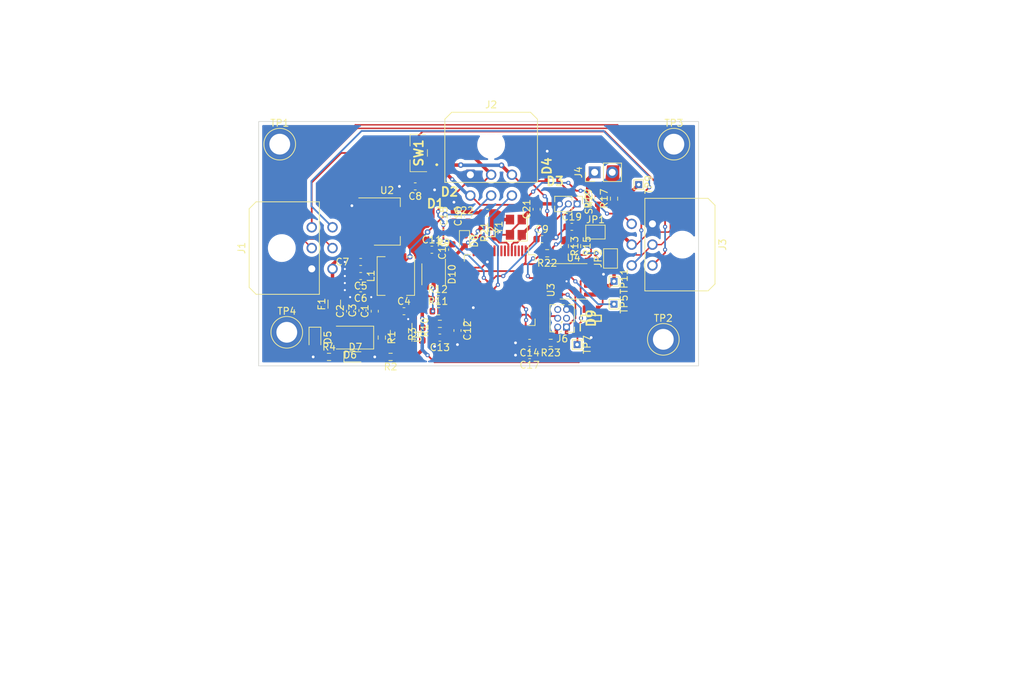
<source format=kicad_pcb>
(kicad_pcb (version 20211014) (generator pcbnew)
  (layers (0 "F.Cu" signal) (31 "B.Cu" signal) (34 "B.Paste" user) (35 "F.Paste" user) (36 "B.SilkS" user "B.Silkscreen") (37 "F.SilkS" user "F.Silkscreen") (38 "B.Mask" user) (39 "F.Mask" user) (44 "Edge.Cuts" user))
  (net 0 "")
  (net 1 "GND")
  (net 2 "/CAN+")
  (net 3 "/CAN-")
  (net 4 "/WheelIn1")
  (net 5 "/WheelIn2")
  (net 6 "/VRM/BUCK/SW")
  (net 7 "/VRM/BUCK/VBST")
  (net 8 "/VRM/BUCK/EN")
  (net 9 "/VRM/BUCK/VFB")
  (net 10 "/VRM/BUCK/V_in")
  (net 11 "+3.3VA")
  (net 12 "+3V3")
  (net 13 "+5V")
  (net 14 "Net-(C19-Pad2)")
  (net 15 "/MCU/HSE_in")
  (net 16 "Net-(C22-Pad1)")
  (net 17 "/VRM/DIODE")
  (net 18 "Net-(D7-Pad1)")
  (net 19 "Net-(D8-Pad1)")
  (net 20 "Net-(J6-Pad2)")
  (net 22 "/MCU/SWCLK")
  (net 24 "Net-(D9-Pad1)")
  (net 25 "Net-(D9-Pad3)")
  (net 26 "/MCU/I2C1_SCL")
  (net 27 "/MCU/I2C1_SDA")
  (net 28 "/MCU/I2C2_SCL")
  (net 29 "/MCU/I2C2_SDA")
  (net 30 "/MCU/LED_B")
  (net 31 "/MCU/LED_G")
  (net 32 "/MCU/LED_R")
  (net 33 "Net-(J4-Pad2)")
  (net 34 "/MCU/HSE_out")
  (net 35 "Net-(D9-Pad4)")
  (net 36 "/MCU/BOOT0")
  (net 37 "/MCU/SWDIO")
  (net 38 "/MCU/CAN1_TX")
  (net 39 "/MCU/CAN2_TX")
  (net 40 "/MCU/CAN1_RX")
  (net 41 "/MCU/CAN2_RX")
  (net 42 "/MCU/PC13")
  (net 43 "/MCU/PC14")
  (net 44 "/MCU/PC15")
  (net 45 "Net-(D9-Pad6)")
  (net 46 "Net-(D10-Pad4)")
  (net 47 "Net-(D10-Pad5)")
  (net 48 "Net-(D10-Pad6)")
  (net 49 "/MCU/PC3")
  (net 50 "/MCU/PA3")
  (net 51 "/MCU/PA4")
  (net 52 "/MCU/SPI1_SCK")
  (net 53 "/MCU/SPI1_MISO")
  (net 54 "/MCU/SPI1_MOSI")
  (net 55 "/MCU/PC4")
  (net 56 "/MCU/PC5")
  (net 57 "/MCU/PB0")
  (net 58 "/MCU/PB1")
  (net 59 "/MCU/PB2")
  (net 60 "/MCU/PB14")
  (net 61 "/MCU/PB15")
  (net 62 "/MCU/PC9")
  (net 63 "/MCU/PA8")
  (net 64 "/MCU/PA9")
  (net 65 "/MCU/PA10")
  (net 66 "/MCU/USB_D-")
  (net 67 "/MCU/USB_D+")
  (net 68 "/MCU/PA14")
  (net 69 "/MCU/SPI3_SCK")
  (net 70 "/MCU/SPI3_MISO")
  (net 71 "/MCU/SPI3_MOSI")
  (net 72 "/MCU/PD2")
  (net 73 "/MCU/PB3")
  (net 74 "/MCU/PB4")
  (net 75 "/MCU/PB5")
  (net 76 "+24V")
  (net 77 "Net-(R22-Pad1)")
  (net 79 "/Extra1")
  (net 81 "/SHIELD")
  (net 82 "/PassThru")
  (net 83 "/MCU/PC0")
  (net 84 "/MCU/PC1")
  (net 85 "/MCU/PC2")
  (footprint "Connector_Molex:Molex_Micro-Fit_3.0_43045-0600_2x03_P3.00mm_Horizontal" (layer "F.Cu") (at 88.4754 77.8256)
    (fp_text reference "J2")
    (fp_text value "DEUTSCH DT Data")
  )
  (footprint "TestPoint:TestPoint_THTPad_1.0x1.0mm_Drill0.5mm" (layer "F.Cu") (at 109.22 93.218 -90)
    (fp_text reference "TP11")
    (fp_text value " ")
  )
  (footprint "Capacitor_SMD:C_0603_1608Metric_Pad1.08x0.95mm_HandSolder" (layer "F.Cu") (at 78.8935 97.536)
    (fp_text reference "C4")
    (fp_text value "100nF")
  )
  (footprint "Resistor_SMD:R_0603_1608Metric" (layer "F.Cu") (at 99.568 89.159 180)
    (fp_text reference "R22")
    (fp_text value "10K")
  )
  (footprint "Connector_PinHeader_2.54mm:PinHeader_1x02_P2.54mm_Vertical" (layer "F.Cu") (at 106.421 77.47 90)
    (fp_text reference "J4")
    (fp_text value "Conn_01x02")
  )
  (footprint "Resistor_SMD:R_0603_1608Metric_Pad0.98x0.95mm_HandSolder" (layer "F.Cu") (at 68.072 104.14)
    (fp_text reference "R4")
    (fp_text value "470R")
  )
  (footprint "TestPoint:TestPoint_Plated_Hole_D3.0mm" (layer "F.Cu") (at 61.976 100.584)
    (fp_text reference "TP4")
    (fp_text value "TestPoint")
  )
  (footprint "Capacitor_SMD:C_0603_1608Metric_Pad1.08x0.95mm_HandSolder" (layer "F.Cu") (at 74.676 97.536 90)
    (fp_text reference "C1")
    (fp_text value "10uF")
  )
  (footprint "Capacitor_SMD:C_0603_1608Metric" (layer "F.Cu") (at 86.614 100.33 -90)
    (fp_text reference "C12")
    (fp_text value "100n")
  )
  (footprint "Resistor_SMD:R_0603_1608Metric_Pad0.98x0.95mm_HandSolder" (layer "F.Cu") (at 81.534 100.838 90)
    (fp_text reference "R3")
    (fp_text value "54.9K")
  )
  (footprint "Resistor_SMD:R_0603_1608Metric" (layer "F.Cu") (at 83.82 97.536)
    (fp_text reference "R11")
    (fp_text value "220")
  )
  (footprint "LED_SMD:LED_0603_1608Metric_Pad1.05x0.95mm_HandSolder" (layer "F.Cu") (at 71.882 104.14)
    (fp_text reference "D7")
    (fp_text value "LED")
  )
  (footprint "Inductor_SMD:L_Sunlord_MWSA0518_5.4x5.2mm" (layer "F.Cu") (at 77.724 92.456 90)
    (fp_text reference "L1")
    (fp_text value "4u7")
  )
  (footprint "Fuse:Fuse_1206_3216Metric_Pad1.42x1.75mm_HandSolder" (layer "F.Cu") (at 68.834 96.52 90)
    (fp_text reference "F1")
    (fp_text value "2A")
  )
  (footprint "Resistor_SMD:R_0603_1608Metric" (layer "F.Cu") (at 84.074 99.3648)
    (fp_text reference "R10")
    (fp_text value "220")
  )
  (footprint "TestPoint:TestPoint_Plated_Hole_D3.0mm" (layer "F.Cu") (at 60.96 73.406)
    (fp_text reference "TP1")
    (fp_text value "TestPoint")
  )
  (footprint "TestPoint:TestPoint_Plated_Hole_D3.0mm" (layer "F.Cu") (at 116.332 101.6)
    (fp_text reference "TP2")
    (fp_text value "TestPoint")
  )
  (footprint "Capacitor_SMD:C_0603_1608Metric_Pad1.08x0.95mm_HandSolder" (layer "F.Cu") (at 72.898 97.4355 90)
    (fp_text reference "C3")
    (fp_text value "100nF")
  )
  (footprint "Resistor_SMD:R_0603_1608Metric" (layer "F.Cu") (at 106.934 81.28 90)
    (fp_text reference "R19")
    (fp_text value "120")
  )
  (footprint "Resistor_SMD:R_0603_1608Metric" (layer "F.Cu") (at 109.22 81.28 90)
    (fp_text reference "R17")
    (fp_text value "120")
  )
  (footprint "TestPoint:TestPoint_THTPad_1.0x1.0mm_Drill0.5mm" (layer "F.Cu") (at 112.776 79.248 -90)
    (fp_text reference "TP9")
    (fp_text value " ")
  )
  (footprint "Capacitor_SMD:C_0603_1608Metric_Pad1.08x0.95mm_HandSolder" (layer "F.Cu") (at 71.12 97.536 90)
    (fp_text reference "C2")
    (fp_text value "10uF")
  )
  (footprint "TestPoint:TestPoint_THTPad_1.0x1.0mm_Drill0.5mm" (layer "F.Cu") (at 109.22 96.52 -90)
    (fp_text reference "TP5")
    (fp_text value " ")
  )
  (footprint "Resistor_SMD:R_0603_1608Metric" (layer "F.Cu") (at 100.076 102.113 180)
    (fp_text reference "R23")
    (fp_text value "22")
  )
  (footprint "Resistor_SMD:R_0603_1608Metric" (layer "F.Cu") (at 83.7692 95.8088)
    (fp_text reference "R12")
    (fp_text value "220")
  )
  (footprint "Jumper:SolderJumper-2_P1.3mm_Bridged2Bar_Pad1.0x1.5mm" (layer "F.Cu") (at 106.538 86.106)
    (fp_text reference "JP1")
    (fp_text value " ")
  )
  (footprint "Resistor_SMD:R_0603_1608Metric_Pad0.98x0.95mm_HandSolder" (layer "F.Cu") (at 76.962 104.14 180)
    (fp_text reference "R2")
    (fp_text value "10K")
  )
  (footprint "Resistor_SMD:R_0603_1608Metric_Pad0.98x0.95mm_HandSolder" (layer "F.Cu") (at 75.692 101.346 -90)
    (fp_text reference "R1")
    (fp_text value "10K")
  )
  (footprint "Capacitor_SMD:C_0603_1608Metric" (layer "F.Cu") (at 88.138 83.82 90)
    (fp_text reference "C16")
    (fp_text value "10n")
  )
  (footprint "Jumper:SolderJumper-2_P1.3mm_Bridged2Bar_Pad1.0x1.5mm" (layer "F.Cu") (at 108.712 89.916 90)
    (fp_text reference "JP2")
    (fp_text value " ")
  )
  (footprint "SamacSys_Parts:SD0603" (layer "F.Cu") (at 100.33 78.74 180)
    (fp_text reference "D3")
    (fp_text value "SD0603S040S0R2" hide)
  )
  (footprint "Global Libraries:SOT95P280X100-6N" (layer "F.Cu") (at 105.918 98.557 90)
    (fp_text reference "D9")
    (fp_text value "DT1446-04TS-7" hide)
  )
  (footprint "Resistor_SMD:R_0603_1608Metric" (layer "F.Cu") (at 102.108 88.138 -90)
    (fp_text reference "R13")
    (fp_text value "120")
  )
  (footprint "Package_TO_SOT_SMD:SOT-23-6" (layer "F.Cu") (at 78.486 101.092 -90)
    (fp_text reference "U1")
    (fp_text value "LMR51420")
  )
  (footprint "LED_SMD:LED_ROHM_SMLVN6" (layer "F.Cu") (at 83.175 92.207 -90)
    (fp_text reference "D10")
    (fp_text value "SMLVN6RGB")
  )
  (footprint "Resistor_SMD:R_0603_1608Metric" (layer "F.Cu") (at 91.948 86.111 90)
    (fp_text reference "R21")
    (fp_text value "47")
  )
  (footprint "Capacitor_SMD:C_0603_1608Metric_Pad1.08x0.95mm_HandSolder" (layer "F.Cu") (at 72.644 92.456 180)
    (fp_text reference "C5")
    (fp_text value "22uF")
  )
  (footprint "Capacitor_SMD:C_0603_1608Metric" (layer "F.Cu") (at 82.921 88.651)
    (fp_text reference "C11")
    (fp_text value "100n")
  )
  (footprint "Capacitor_SMD:C_0603_1608Metric" (layer "F.Cu") (at 103.124 85.344)
    (fp_text reference "C19")
    (fp_text value "4.7n")
  )
  (footprint "Connector_PinHeader_1.27mm:PinHeader_1x03_P1.27mm_Vertical" (layer "F.Cu") (at 103.891 82.042 -90)
    (fp_text reference "SW2")
    (fp_text value "SW_SPDT")
  )
  (footprint "Capacitor_SMD:C_0603_1608Metric_Pad1.08x0.95mm_HandSolder" (layer "F.Cu") (at 80.518 79.502 180)
    (fp_text reference "C8")
    (fp_text value "22uF")
  )
  (footprint "Connector_Molex:Molex_Micro-Fit_3.0_43045-0600_2x03_P3.00mm_Horizontal" (layer "F.Cu") (at 65.577 91.416 90)
    (fp_text reference "J1")
    (fp_text value "DEUTSCH DT Inp")
  )
  (footprint "TestPoint:TestPoint_THTPad_1.0x1.0mm_Drill0.5mm" (layer "F.Cu") (at 103.886 102.362 -90)
    (fp_text reference "TP7")
    (fp_text value " ")
  )
  (footprint "Capacitor_SMD:C_0603_1608Metric" (layer "F.Cu") (at 86.106 83.82 90)
    (fp_text reference "C15")
    (fp_text value "1u")
  )
  (footprint "Connector_Molex:Molex_Micro-Fit_3.0_43045-0600_2x03_P3.00mm_Horizontal" (layer "F.Cu") (at 114.763 84.918 -90)
    (fp_text reference "J3")
    (fp_text value "DEUTSCH DT Out")
  )
  (footprint "Inductor_SMD:L_0603_1608Metric" (layer "F.Cu") (at 90.17 86.111 -90)
    (fp_text reference "L2")
    (fp_text value "68n")
  )
  (footprint "Capacitor_SMD:C_0603_1608Metric" (layer "F.Cu") (at 97.028 103.886 180)
    (fp_text reference "C17")
    (fp_text value "0u1")
  )
  (footprint "Capacitor_SMD:C_0603_1608Metric" (layer "F.Cu") (at 98.806 87.127)
    (fp_text reference "C9")
    (fp_text value "4u7")
  )
  (footprint "Resistor_SMD:R_0603_1608Metric" (layer "F.Cu") (at 84.582 86.233 180)
    (fp_text reference "R9")
    (fp_text value "100")
  )
  (footprint "Capacitor_SMD:C_0603_1608Metric" (layer "F.Cu") (at 85.852 88.646 90)
    (fp_text reference "C10")
    (fp_text value "100n")
  )
  (footprint "Capacitor_SMD:C_0603_1608Metric" (layer "F.Cu") (at 98.044 82.804 90)
    (fp_text reference "C21")
    (fp_text value "10p")
  )
  (footprint "TestPoint:TestPoint_Plated_Hole_D3.0mm" (layer "F.Cu") (at 117.856 73.406)
    (fp_text reference "TP3")
    (fp_text value "TestPoint")
  )
  (footprint "Resistor_SMD:R_0603_1608Metric" (layer "F.Cu") (at 103.886 88.138 -90)
    (fp_text reference "R15")
    (fp_text value "120")
  )
  (footprint "Package_QFP:LQFP-64_10x10mm_P0.5mm" (layer "F.Cu") (at 92.71 94.493 -90)
    (fp_text reference "U3")
    (fp_text value "STM32F105RCTx")
  )
  (footprint "Crystal:Crystal_SMD_3225-4Pin_3.2x2.5mm" (layer "F.Cu") (at 95.0468 85.3998 90)
    (fp_text reference "Y1")
    (fp_text value "16MHz")
  )
  (footprint "Capacitor_SMD:C_0603_1608Metric_Pad1.08x0.95mm_HandSolder" (layer "F.Cu") (at 72.644 94.234 180)
    (fp_text reference "C6")
    (fp_text value "22uF")
  )
  (footprint "Capacitor_SMD:C_0603_1608Metric" (layer "F.Cu") (at 90.932 83.312 180)
    (fp_text reference "C22")
    (fp_text value "10p")
  )
  (footprint "LED_SMD:LED_0603_1608Metric" (layer "F.Cu") (at 87.63 87.376 -90)
    (fp_text reference "D8")
    (fp_text value "RED")
  )
  (footprint "Capacitor_SMD:C_0603_1608Metric" (layer "F.Cu") (at 84.074 101.346 180)
    (fp_text reference "C13")
    (fp_text value "100n")
  )
  (footprint "Package_TO_SOT_SMD:SOT-223-3_TabPin2" (layer "F.Cu") (at 76.454 84.582)
    (fp_text reference "U2")
    (fp_text value "AMS1117-3.3")
  )
  (footprint "Capacitor_SMD:C_0603_1608Metric" (layer "F.Cu") (at 97.028 102.113 180)
    (fp_text reference "C14")
    (fp_text value "100n")
  )
  (footprint "SamacSys_Parts:SD0603" (layer "F.Cu") (at 83.82 82.042)
    (fp_text reference "D1")
    (fp_text value "SD0603S040S0R2" hide)
  )
  (footprint "Package_SO:SOIC-8_3.9x4.9mm_P1.27mm" (layer "F.Cu") (at 103.378 93.223)
    (fp_text reference "U4")
    (fp_text value "SN65HVD230")
  )
  (footprint "SamacSys_Parts:CAS120A1" (layer "F.Cu") (at 81.026 74.676 90)
    (fp_text reference "SW1")
    (fp_text value "SW_SPDT" hide)
  )
  (footprint "SamacSys_Parts:SD0603" (layer "F.Cu") (at 99.568 76.2 90)
    (fp_text reference "D4")
    (fp_text value "SD0603S040S0R2" hide)
  )
  (footprint "Capacitor_SMD:C_0603_1608Metric_Pad1.08x0.95mm_HandSolder" (layer "F.Cu") (at 72.644 90.424 180)
    (fp_text reference "C7")
    (fp_text value "1uF")
  )
  (footprint "SamacSys_Parts:SD0603" (layer "F.Cu") (at 85.09 80.264 180)
    (fp_text reference "D2")
    (fp_text value "SD0603S040S0R2" hide)
  )
  (footprint "Diode_SMD:D_SMA" (layer "F.Cu") (at 71.12 101.346 180)
    (fp_text reference "D6")
    (fp_text value "0.7dV")
  )
  (footprint "Diode_SMD:D_SOD-323" (layer "F.Cu") (at 66.04 101.346 -90)
    (fp_text reference "D5")
    (fp_text value "32V")
  )
  (footprint "Connector_PinHeader_1.27mm:PinHeader_2x03_P1.27mm_Vertical" (layer "F.Cu") (at 102.362 99.827 180)
    (fp_text reference "J6")
    (fp_text value "SWD")
  )
  (gr_rect (start 57.917 70.133) (end 121.417 105.439) (layer "Edge.Cuts") (width 0.1) (fill none))
  (segment (start 99.581 87.127) (end 100.579 87.127) (width 0.25) (layer "F.Cu") (net 1))
  (segment (start 90.113 91.243) (end 90.932 90.424) (width 0.25) (layer "F.Cu") (net 1))
  (segment (start 95.8968 84.4432) (end 95.8968 84.2998) (width 0.25) (layer "F.Cu") (net 1))
  (segment (start 90.96 88.818) (end 90.96 90.396) (width 0.25) (layer "F.Cu") (net 1))
  (segment (start 95.8968 84.1762) (end 98.044 82.029) (width 0.5) (layer "F.Cu") (net 1))
  (segment (start 83.757 86.804) (end 83.185 87.376) (width 0.5) (layer "F.Cu") (net 1))
  (segment (start 83.566 80.264) (end 83.312 80.01) (width 0.5) (layer "F.Cu") (net 1))
  (segment (start 99.568 75.35) (end 99.568 74.422) (width 0.25) (layer "F.Cu") (net 1))
  (segment (start 83.696 88.651) (end 85.072 88.651) (width 0.5) (layer "F.Cu") (net 1))
  (segment (start 94.1968 86.1432) (end 95.8968 84.4432) (width 0.25) (layer "F.Cu") (net 1))
  (segment (start 95.96 100.168) (end 95.96 101.82) (width 0.25) (layer "F.Cu") (net 1))
  (segment (start 101.338 82.029) (end 101.351 82.042) (width 0.5) (layer "F.Cu") (net 1))
  (segment (start 88.185 97.743) (end 88.9 97.028) (width 0.25) (layer "F.Cu") (net 1))
  (segment (start 88.405 83.312) (end 88.138 83.045) (width 0.5) (layer "F.Cu") (net 1))
  (segment (start 87.035 91.243) (end 90.113 91.243) (width 0.25) (layer "F.Cu") (net 1))
  (segment (start 99.3078 91.243) (end 99.6696 90.8812) (width 0.25) (layer "F.Cu") (net 1))
  (segment (start 90.157 83.312) (end 88.405 83.312) (width 0.5) (layer "F.Cu") (net 1))
  (segment (start 95.8968 84.2998) (end 95.8968 84.1762) (width 0.5) (layer "F.Cu") (net 1))
  (segment (start 94.1968 86.4998) (end 94.1968 86.1432) (width 0.25) (layer "F.Cu") (net 1))
  (segment (start 87.035 97.743) (end 87.931 97.743) (width 0.25) (layer "F.Cu") (net 1))
  (segment (start 99.6696 90.8812) (end 99.6696 90.5764) (width 0.25) (layer "F.Cu") (net 1))
  (segment (start 71.388 82.282) (end 71.374 82.296) (width 0.5) (layer "F.Cu") (net 1))
  (segment (start 83.299 101.346) (end 83.299 102.603) (width 0.25) (layer "F.Cu") (net 1))
  (segment (start 102.349 85.344) (end 102.349 85.357) (width 0.25) (layer "F.Cu") (net 1))
  (segment (start 83.757 86.233) (end 83.757 86.804) (width 0.5) (layer "F.Cu") (net 1))
  (segment (start 66.04 103.886) (end 65.786 104.14) (width 0.5) (layer "F.Cu") (net 1))
  (segment (start 95.001 102.113) (end 94.996 102.108) (width 0.5) (layer "F.Cu") (net 1))
  (segment (start 74.676 104.14) (end 76.0495 104.14) (width 0.5) (layer "F.Cu") (net 1))
  (segment (start 94.1968 86.4998) (end 93.1038 86.4998) (width 0.25) (layer "F.Cu") (net 1))
  (segment (start 83.696 87.887) (end 83.185 87.376) (width 0.5) (layer "F.Cu") (net 1))
  (segment (start 90.96 90.396) (end 90.932 90.424) (width 0.25) (layer "F.Cu") (net 1))
  (segment (start 100.579 87.127) (end 100.838 86.868) (width 0.25) (layer "F.Cu") (net 1))
  (segment (start 98.044 82.029) (end 101.338 82.029) (width 0.5) (layer "F.Cu") (net 1))
  (segment (start 86.614 102.362) (end 86.614 101.105) (width 0.25) (layer "F.Cu") (net 1))
  (segment (start 83.185 87.376) (end 83.934 88.125) (width 0.5) (layer "F.Cu") (net 1))
  (segment (start 88.138 83.045) (end 87.363 83.045) (width 0.5) (layer "F.Cu") (net 1))
  (segment (start 85.072 88.651) (end 85.852 87.871) (width 0.5) (layer "F.Cu") (net 1))
  (segment (start 79.436 98.745) (end 79.502 98.679) (width 0.25) (layer "F.Cu") (net 1))
  (segment (start 93.1038 86.4998) (end 92.71 86.106) (width 0.25) (layer "F.Cu") (net 1))
  (segment (start 86.106 83.045) (end 86.106 81.788) (width 0.5) (layer "F.Cu") (net 1))
  (segment (start 67.1595 104.14) (end 65.786 104.14) (width 0.5) (layer "F.Cu") (net 1))
  (segment (start 79.6555 79.502) (end 78.232 79.502) (width 0.5) (layer "F.Cu") (net 1))
  (segment (start 95.96 101.82) (end 96.253 102.113) (width 0.25) (layer "F.Cu") (net 1))
  (segment (start 105.853 91.318) (end 106.812 91.318) (width 0.25) (layer "F.Cu") (net 1))
  (segment (start 102.349 85.357) (end 100.838 86.868) (width 0.25) (layer "F.Cu") (net 1))
  (segment (start 79.436 99.9545) (end 79.436 98.745) (width 0.25) (layer "F.Cu") (net 1))
  (segment (start 66.04 102.396) (end 66.04 103.886) (width 0.5) (layer "F.Cu") (net 1))
  (segment (start 105.918 99.857) (end 105.918 101.346) (width 0.25) (layer "F.Cu") (net 1))
  (segment (start 101.732 92.588) (end 102.362 93.218) (width 0.25) (layer "F.Cu") (net 1))
  (segment (start 73.304 82.282) (end 71.388 82.282) (width 0.5) (layer "F.Cu") (net 1))
  (segment (start 106.812 91.318) (end 107.696 92.202) (width 0.25) (layer "F.Cu") (net 1))
  (segment (start 84.24 80.264) (end 83.566 80.264) (width 0.5) (layer "F.Cu") (net 1))
  (segment (start 100.903 92.588) (end 101.732 92.588) (width 0.25) (layer "F.Cu") (net 1))
  (segment (start 83.299 102.603) (end 83.312 102.616) (width 0.25) (layer "F.Cu") (net 1))
  (segment (start 98.385 91.243) (end 99.3078 91.243) (width 0.25) (layer "F.Cu") (net 1))
  (segment (start 96.253 103.886) (end 94.996 103.886) (width 0.5) (layer "F.Cu") (net 1))
  (segment (start 96.253 102.113) (end 95.001 102.113) (width 0.5) (layer "F.Cu") (net 1))
  (segment (start 83.696 88.651) (end 83.696 87.887) (width 0.5) (layer "F.Cu") (net 1))
  (segment (start 87.931 97.743) (end 88.185 97.743) (width 0.25) (layer "F.Cu") (net 1))
  (segment (start 87.363 83.045) (end 86.106 81.788) (width 0.5) (layer "F.Cu") (net 1))
  (via (at 83.312 80.01) (size 0.8) (drill 0.4) (layers "F.Cu" "B.Cu") (net 1))
  (via (at 90.932 90.424) (size 0.8) (drill 0.4) (layers "F.Cu" "B.Cu") (net 1))
  (via (at 86.614 102.362) (size 0.8) (drill 0.4) (layers "F.Cu" "B.Cu") (net 1))
  (via (at 71.374 82.296) (size 0.8) (drill 0.4) (layers "F.Cu" "B.Cu") (net 1))
  (via (at 70.358 94.488) (size 0.6) (drill 0.3) (layers "F.Cu" "B.Cu") (net 1))
  (via (at 105.918 101.346) (size 0.8) (drill 0.4) (layers "F.Cu" "B.Cu") (net 1))
  (via (at 83.312 102.616) (size 0.8) (drill 0.4) (layers "F.Cu" "B.Cu") (net 1))
  (via (at 94.996 103.886) (size 0.8) (drill 0.4) (layers "F.Cu" "B.Cu") (net 1))
  (via (at 71.12 95.504) (size 0.6) (drill 0.3) (layers "F.Cu" "B.Cu") (net 1))
  (via (at 94.996 102.108) (size 0.8) (drill 0.4) (layers "F.Cu" "B.Cu") (net 1))
  (via (at 102.362 93.218) (size 0.6) (drill 0.3) (layers "F.Cu" "B.Cu") (net 1))
  (via (at 70.358 92.456) (size 0.6) (drill 0.3) (layers "F.Cu" "B.Cu") (net 1))
  (via (at 78.232 79.502) (size 0.8) (drill 0.4) (layers "F.Cu" "B.Cu") (net 1))
  (via (at 74.676 104.14) (size 0.8) (drill 0.4) (layers "F.Cu" "B.Cu") (net 1))
  (via (at 100.838 86.868) (size 0.8) (drill 0.4) (layers "F.Cu" "B.Cu") (net 1))
  (via (at 86.106 81.788) (size 0.8) (drill 0.4) (layers "F.Cu" "B.Cu") (net 1))
  (via (at 70.358 90.424) (size 0.6) (drill 0.3) (layers "F.Cu" "B.Cu") (net 1))
  (via (at 74.168 95.504) (size 0.6) (drill 0.3) (layers "F.Cu" "B.Cu") (net 1))
  (via (at 79.502 98.679) (size 0.6) (drill 0.3) (layers "F.Cu" "B.Cu") (net 1))
  (via (at 65.786 104.14) (size 0.8) (drill 0.4) (layers "F.Cu" "B.Cu") (net 1))
  (via (at 99.568 74.422) (size 0.8) (drill 0.4) (layers "F.Cu" "B.Cu") (net 1))
  (via (at 83.185 87.376) (size 0.6) (drill 0.3) (layers "F.Cu" "B.Cu") (net 1))
  (via (at 70.358 93.472) (size 0.6) (drill 0.3) (layers "F.Cu" "B.Cu") (net 1))
  (via (at 88.9 97.028) (size 0.8) (drill 0.4) (layers "F.Cu" "B.Cu") (net 1))
  (via (at 70.358 91.44) (size 0.6) (drill 0.3) (layers "F.Cu" "B.Cu") (net 1))
  (via (at 99.6696 90.5764) (size 0.6) (drill 0.3) (layers "F.Cu" "B.Cu") (net 1))
  (via (at 107.696 92.202) (size 0.8) (drill 0.4) (layers "F.Cu" "B.Cu") (net 1))
  (via (at 92.71 86.106) (size 0.6) (drill 0.3) (layers "F.Cu" "B.Cu") (net 1))
  (segment (start 109.951 86.106) (end 111.763 87.918) (width 0.5) (layer "F.Cu") (net 2))
  (segment (start 108.712 71.12) (end 72.136 71.12) (width 0.2) (layer "F.Cu") (net 2))
  (segment (start 117.348 85.852) (end 117.348 79.756) (width 0.2) (layer "F.Cu") (net 2))
  (segment (start 65.024 87.122) (end 67.283 87.122) (width 0.2) (layer "F.Cu") (net 2))
  (segment (start 72.136 71.12) (end 63.754 79.502) (width 0.2) (layer "F.Cu") (net 2))
  (segment (start 63.754 85.852) (end 65.024 87.122) (width 0.2) (layer "F.Cu") (net 2))
  (segment (start 67.283 87.122) (end 68.577 88.416) (width 0.2) (layer "F.Cu") (net 2))
  (segment (start 107.188 86.106) (end 109.951 86.106) (width 0.5) (layer "F.Cu") (net 2))
  (segment (start 114.3 86.106) (end 117.094 86.106) (width 0.2) (layer "F.Cu") (net 2))
  (segment (start 63.754 79.502) (end 63.754 85.852) (width 0.2) (layer "F.Cu") (net 2))
  (segment (start 117.094 86.106) (end 117.348 85.852) (width 0.2) (layer "F.Cu") (net 2))
  (segment (start 111.763 87.918) (end 112.488 87.918) (width 0.2) (layer "F.Cu") (net 2))
  (segment (start 117.348 79.756) (end 108.712 71.12) (width 0.2) (layer "F.Cu") (net 2))
  (segment (start 112.488 87.918) (end 114.3 86.106) (width 0.2) (layer "F.Cu") (net 2))
  (segment (start 109.728 70.612) (end 71.882 70.612) (width 0.2) (layer "F.Cu") (net 3))
  (segment (start 114.763 87.918) (end 113.273 89.408) (width 0.2) (layer "F.Cu") (net 3))
  (segment (start 62.992 79.502) (end 62.992 85.831) (width 0.2) (layer "F.Cu") (net 3))
  (segment (start 71.882 70.612) (end 62.992 79.502) (width 0.2) (layer "F.Cu") (net 3))
  (segment (start 114.763 87.918) (end 116.044 87.918) (width 0.2) (layer "F.Cu") (net 3))
  (segment (start 113.273 89.408) (end 108.854 89.408) (width 0.2) (layer "F.Cu") (net 3))
  (segment (start 62.992 85.831) (end 65.577 88.416) (width 0.2) (layer "F.Cu") (net 3))
  (segment (start 118.364 79.248) (end 109.728 70.612) (width 0.2) (layer "F.Cu") (net 3))
  (segment (start 118.364 85.598) (end 118.364 79.248) (width 0.2) (layer "F.Cu") (net 3))
  (segment (start 116.044 87.918) (end 118.364 85.598) (width 0.2) (layer "F.Cu") (net 3))
  (segment (start 108.854 89.408) (end 108.712 89.266) (width 0.2) (layer "F.Cu") (net 3))
  (segment (start 92.202 92.456) (end 93.218 92.456) (width 0.25) (layer "F.Cu") (net 4))
  (segment (start 95.4464 78.74) (end 94.4754 77.769) (width 0.25) (layer "F.Cu") (net 4))
  (segment (start 92.964 76.454) (end 94.279 77.769) (width 0.5) (layer "F.Cu") (net 4))
  (segment (start 97.028 78.74) (end 99.187 80.899) (width 0.25) (layer "F.Cu") (net 4))
  (segment (start 91.46 93.198) (end 92.202 92.456) (width 0.25) (layer "F.Cu") (net 4))
  (segment (start 82.176 76.426) (end 87.094 76.426) (width 0.5) (layer "F.Cu") (net 4))
  (segment (start 99.568 84.328) (end 98.044 85.852) (width 0.25) (layer "F.Cu") (net 4))
  (segment (start 91.46 94.468) (end 91.46 93.198) (width 0.25) (layer "F.Cu") (net 4))
  (segment (start 94.279 77.769) (end 94.4754 77.769) (width 0.5) (layer "F.Cu") (net 4))
  (segment (start 99.48 78.74) (end 97.028 78.74) (width 0.25) (layer "F.Cu") (net 4))
  (segment (start 95.5548 78.74) (end 97.028 78.74) (width 0.25) (layer "F.Cu") (net 4))
  (segment (start 99.568 83.058) (end 99.568 84.328) (width 0.25) (layer "F.Cu") (net 4))
  (segment (start 99.568 77.05) (end 99.568 78.652) (width 0.25) (layer "F.Cu") (net 4))
  (segment (start 95.5548 78.74) (end 95.4464 78.74) (width 0.25) (layer "F.Cu") (net 4))
  (segment (start 99.568 78.652) (end 99.48 78.74) (width 0.25) (layer "F.Cu") (net 4))
  (segment (start 91.46 100.168) (end 91.46 94.468) (width 0.25) (layer "F.Cu") (net 4))
  (via (at 93.218 92.456) (size 0.6) (drill 0.3) (layers "F.Cu" "B.Cu") (net 4))
  (via (at 98.044 85.852) (size 0.6) (drill 0.3) (layers "F.Cu" "B.Cu") (net 4))
  (via (at 99.2124 80.9244) (size 0.6) (drill 0.3) (layers "F.Cu" "B.Cu") (net 4))
  (via (at 87.094 76.426) (size 0.8) (drill 0.4) (layers "F.Cu" "B.Cu") (net 4))
  (via (at 92.964 76.454) (size 0.8) (drill 0.4) (layers "F.Cu" "B.Cu") (net 4))
  (via (at 99.568 83.058) (size 0.6) (drill 0.3) (layers "F.Cu" "B.Cu") (net 4))
  (segment (start 92.964 76.454) (end 87.122 76.454) (width 0.5) (layer "B.Cu") (net 4))
  (segment (start 99.568 81.28) (end 99.187 80.899) (width 0.25) (layer "B.Cu") (net 4))
  (segment (start 98.044 87.63) (end 98.044 85.852) (width 0.25) (layer "B.Cu") (net 4))
  (segment (start 99.568 83.058) (end 99.568 81.28) (width 0.25) (layer "B.Cu") (net 4))
  (segment (start 87.122 76.454) (end 87.094 76.426) (width 0.5) (layer "B.Cu") (net 4))
  (segment (start 93.218 92.456) (end 98.044 87.63) (width 0.25) (layer "B.Cu") (net 4))
  (segment (start 84.582 87.376) (end 84.582 85.09) (width 0.25) (layer "F.Cu") (net 5))
  (segment (start 87.63 79.248) (end 86.614 80.264) (width 0.25) (layer "F.Cu") (net 5))
  (segment (start 84.67 81.534) (end 85.94 80.264) (width 0.5) (layer "F.Cu") (net 5))
  (segment (start 86.6324 72.926) (end 91.4754 77.769) (width 0.5) (layer "F.Cu") (net 5))
  (segment (start 90.96 100.168) (end 90.96 93.19) (width 0.25) (layer "F.Cu") (net 5))
  (segment (start 90.904 93.19) (end 90.424 92.71) (width 0.25) (layer "F.Cu") (net 5))
  (segment (start 91.4754 77.769) (end 89.9964 79.248) (width 0.25) (layer "F.Cu") (net 5))
  (segment (start 82.176 72.926) (end 86.6324 72.926) (width 0.5) (layer "F.Cu") (net 5))
  (segment (start 89.9964 79.248) (end 87.63 79.248) (width 0.25) (layer "F.Cu") (net 5))
  (segment (start 90.96 93.19) (end 90.904 93.19) (width 0.25) (layer "F.Cu") (net 5))
  (segment (start 86.614 80.264) (end 85.94 80.264) (width 0.25) (layer "F.Cu") (net 5))
  (segment (start 83.82 82.892) (end 84.67 82.042) (width 0.25) (layer "F.Cu") (net 5))
  (segment (start 84.67 82.042) (end 84.67 81.534) (width 0.5) (layer "F.Cu") (net 5))
  (via (at 84.709 87.376) (size 0.6) (drill 0.3) (layers "F.Cu" "B.Cu") (net 5))
  (via (at 90.424 92.71) (size 0.6) (drill 0.3) (layers "F.Cu" "B.Cu") (net 5))
  (via (at 84.582 85.09) (size 0.6) (drill 0.3) (layers "F.Cu" "B.Cu") (net 5))
  (via (at 83.82 83.1596) (size 0.6) (drill 0.3) (layers "F.Cu" "B.Cu") (net 5))
  (segment (start 87.63 89.408) (end 88.138 89.408) (width 0.25) (layer "B.Cu") (net 5))
  (segment (start 85.598 87.376) (end 87.63 89.408) (width 0.25) (layer "B.Cu") (net 5))
  (segment (start 88.138 89.408) (end 90.424 91.694) (width 0.25) (layer "B.Cu") (net 5))
  (segment (start 83.82 83.1596) (end 83.82 83.82) (width 0.25) (layer "B.Cu") (net 5))
  (segment (start 84.582 87.376) (end 85.598 87.376) (width 0.25) (layer "B.Cu") (net 5))
  (segment (start 84.582 84.582) (end 83.82 83.82) (width 0.25) (layer "B.Cu") (net 5))
  (segment (start 84.582 85.09) (end 84.582 84.582) (width 0.25) (layer "B.Cu") (net 5))
  (segment (start 90.424 91.694) (end 90.424 92.71) (width 0.25) (layer "B.Cu") (net 5))
  (segment (start 78.486 99.9545) (end 78.486 97.991) (width 0.5) (layer "F.Cu") (net 6))
  (segment (start 78.031 94.813) (end 77.724 94.506) (width 0.5) (layer "F.Cu") (net 6))
  (segment (start 78.486 97.991) (end 78.031 97.536) (width 0.5) (layer "F.Cu") (net 6))
  (segment (start 78.031 97.536) (end 78.031 94.813) (width 0.5) (layer "F.Cu") (net 6))
  (segment (start 80.518 98.298) (end 80.518 101.1475) (width 0.5) (layer "F.Cu") (net 7))
  (segment (start 79.756 97.536) (end 80.518 98.298) (width 0.5) (layer "F.Cu") (net 7))
  (segment (start 80.518 101.1475) (end 79.436 102.2295) (width 0.5) (layer "F.Cu") (net 7))
  (segment (start 76.8585 101.092) (end 75.692 102.2585) (width 0.25) (layer "F.Cu") (net 8))
  (segment (start 78.486 101.346) (end 78.232 101.092) (width 0.25) (layer "F.Cu") (net 8))
  (segment (start 78.486 102.2295) (end 78.486 101.346) (width 0.25) (layer "F.Cu") (net 8))
  (segment (start 78.232 101.092) (end 76.8585 101.092) (width 0.25) (layer "F.Cu") (net 8))
  (segment (start 81.534 101.7505) (end 81.534 103.124) (width 0.5) (layer "F.Cu") (net 9))
  (segment (start 80.518 104.14) (end 77.8745 104.14) (width 0.5) (layer "F.Cu") (net 9))
  (segment (start 77.536 103.8015) (end 77.8745 104.14) (width 0.5) (layer "F.Cu") (net 9))
  (segment (start 81.534 103.124) (end 80.518 104.14) (width 0.5) (layer "F.Cu") (net 9))
  (segment (start 77.536 102.2295) (end 77.536 103.8015) (width 0.5) (layer "F.Cu") (net 9))
  (segment (start 88.138 85.852) (end 88.138 84.595) (width 0.25) (layer "F.Cu") (net 11))
  (segment (start 90.17 86.8985) (end 89.1845 86.8985) (width 0.25) (layer "F.Cu") (net 11))
  (segment (start 86.106 84.595) (end 88.138 84.595) (width 0.25) (layer "F.Cu") (net 11))
  (segment (start 90.46 88.818) (end 90.46 87.1885) (width 0.25) (layer "F.Cu") (net 11))
  (segment (start 90.46 87.1885) (end 90.17 86.8985) (width 0.25) (layer "F.Cu") (net 11))
  (segment (start 89.1845 86.8985) (end 88.138 85.852) (width 0.25) (layer "F.Cu") (net 11))
  (segment (start 90.17 85.344) (end 89.535 85.979) (width 0.5) (layer "F.Cu") (net 12))
  (segment (start 89.916 93.316) (end 88.343 91.743) (width 0.25) (layer "F.Cu") (net 12))
  (segment (start 103.891 81.451) (end 101.18 78.74) (width 0.25) (layer "F.Cu") (net 12))
  (segment (start 86.614 99.555) (end 86.614 98.664) (width 0.25) (layer "F.Cu") (net 12))
  (segment (start 88.343 91.743) (end 95.201 91.743) (width 0.25) (layer "F.Cu") (net 12))
  (segment (start 96.46 88.698) (end 98.031 87.127) (width 0.25) (layer "F.Cu") (net 12))
  (segment (start 85.286 91.743) (end 84.225 90.682) (width 0.25) (layer "F.Cu") (net 12))
  (segment (start 95.201 95.963) (end 96.52 97.282) (width 0.25) (layer "F.Cu") (net 12))
  (segment (start 95.201 91.743) (end 95.25 91.694) (width 0.25) (layer "F.Cu") (net 12))
  (segment (start 98.385 90.743) (end 96.201 90.743) (width 0.25) (layer "F.Cu") (net 12))
  (segment (start 90.17 85.3235) (end 90.17 85.344) (width 0.5) (layer "F.Cu") (net 12))
  (segment (start 96.201 90.743) (end 95.25 91.694) (width 0.25) (layer "F.Cu") (net 12))
  (segment (start 102.362 99.827) (end 103.632 98.557) (width 0.25) (layer "F.Cu") (net 12))
  (segment (start 95.25 91.694) (end 96.46 90.484) (width 0.25) (layer "F.Cu") (net 12))
  (segment (start 96.46 98.866) (end 96.52 98.806) (width 0.25) (layer "F.Cu") (net 12))
  (segment (start 96.46 100.168) (end 96.46 98.866) (width 0.25) (layer "F.Cu") (net 12))
  (segment (start 98.039 87.127) (end 98.031 87.127) (width 0.25) (layer "F.Cu") (net 12))
  (segment (start 103.891 82.042) (end 103.891 81.451) (width 0.25) (layer "F.Cu") (net 12))
  (segment (start 86.614 98.664) (end 87.035 98.243) (width 0.25) (layer "F.Cu") (net 12))
  (segment (start 85.852 89.675) (end 86.1185 89.675) (width 0.5) (layer "F.Cu") (net 12))
  (segment (start 87.035 98.243) (end 89.209 98.243) (width 0.25) (layer "F.Cu") (net 12))
  (segment (start 85.232 89.675) (end 84.225 90.682) (width 0.5) (layer "F.Cu") (net 12))
  (segment (start 103.632 95.25) (end 102.24 93.858) (width 0.25) (layer "F.Cu") (net 12))
  (segment (start 87.035 91.743) (end 85.286 91.743) (width 0.25) (layer "F.Cu") (net 12))
  (segment (start 87.63 88.1635) (end 87.63 88.138) (width 0.25) (layer "F.Cu") (net 12))
  (segment (start 103.891 82.042) (end 102.367 83.566) (width 0.25) (layer "F.Cu") (net 12))
  (segment (start 96.46 100.168) (end 96.46 100.77) (width 0.25) (layer "F.Cu") (net 12))
  (segment (start 97.803 103.886) (end 101.346 103.886) (width 0.5) (layer "F.Cu") (net 12))
  (segment (start 85.852 89.675) (end 85.232 89.675) (width 0.5) (layer "F.Cu") (net 12))
  (segment (start 101.346 103.886) (end 102.362 102.87) (width 0.5) (layer "F.Cu") (net 12))
  (segment (start 102.24 93.858) (end 100.903 93.858) (width 0.25) (layer "F.Cu") (net 12))
  (segment (start 73.304 84.582) (end 79.604 84.582) (width 0.5) (layer "F.Cu") (net 12))
  (segment (start 96.46 100.77) (end 97.803 102.113) (width 0.25) (layer "F.Cu") (net 12))
  (segment (start 89.916 97.536) (end 89.916 93.316) (width 0.25) (layer "F.Cu") (net 12))
  (segment (start 103.632 98.557) (end 103.632 95.25) (width 0.25) (layer "F.Cu") (net 12))
  (segment (start 102.367 83.566) (end 101.6 83.566) (width 0.25) (layer "F.Cu") (net 12))
  (segment (start 96.46 88.818) (end 96.46 88.698) (width 0.25) (layer "F.Cu") (net 12))
  (segment (start 87.63 88.138) (end 88.138 87.63) (width 0.25) (layer "F.Cu") (net 12))
  (segment (start 89.209 98.243) (end 89.916 97.536) (width 0.25) (layer "F.Cu") (net 12))
  (segment (start 96.46 90.484) (end 96.46 88.818) (width 0.25) (layer "F.Cu") (net 12))
  (segment (start 102.362 102.87) (end 102.362 99.827) (width 0.5) (layer "F.Cu") (net 12))
  (segment (start 84.849 101.346) (end 84.849 101.32) (width 0.25) (layer "F.Cu") (net 12))
  (segment (start 95.201 91.743) (end 95.201 95.963) (width 0.25) (layer "F.Cu") (net 12))
  (segment (start 84.849 101.32) (end 86.614 99.555) (width 0.25) (layer "F.Cu") (net 12))
  (segment (start 86.1185 89.675) (end 87.63 88.1635) (width 0.5) (layer "F.Cu") (net 12))
  (segment (start 87.035 91.743) (end 88.343 91.743) (width 0.25) (layer "F.Cu") (net 12))
  (segment (start 101.6 83.566) (end 98.039 87.127) (width 0.25) (layer "F.Cu") (net 12))
  (segment (start 97.803 102.113) (end 97.803 103.886) (width 0.5) (layer "F.Cu") (net 12))
  (via (at 96.52 97.282) (size 0.6) (drill 0.3) (layers "F.Cu" "B.Cu") (net 12))
  (via (at 89.535 85.979) (size 0.6) (drill 0.3) (layers "F.Cu" "B.Cu") (net 12))
  (via (at 88.138 87.63) (size 0.6) (drill 0.3) (layers "F.Cu" "B.Cu") (net 12))
  (via (at 96.52 98.806) (size 0.6) (drill 0.3) (layers "F.Cu" "B.Cu") (net 12))
  (segment (start 88.138 87.63) (end 89.535 86.233) (width 0.25) (layer "B.Cu") (net 12))
  (segment (start 89.535 86.233) (end 89.535 85.979) (width 0.25) (layer "B.Cu") (net 12))
  (segment (start 96.52 98.806) (end 96.52 97.282) (width 0.25) (layer "B.Cu") (net 12))
  (segment (start 77.724 90.406) (end 79.012 90.406) (width 0.25) (layer "F.Cu") (net 13))
  (segment (start 79.012 90.406) (end 79.756 89.662) (width 0.25) (layer "F.Cu") (net 13))
  (segment (start 107.95 101.092) (end 107.95 99.314) (width 0.25) (layer "F.Cu") (net 13))
  (segment (start 106.934 98.298) (end 106.426 98.298) (width 0.25) (layer "F.Cu") (net 13))
  (segment (start 80.01 94.742) (end 80.01 92.692) (width 0.5) (layer "F.Cu") (net 13))
  (segment (start 105.918 97.79) (end 106.426 98.298) (width 0.25) (layer "F.Cu") (net 13))
  (segment (start 84.836 83.566) (end 82.296 86.106) (width 0.25) (layer "F.Cu") (net 13))
  (segment (start 81.534 98.552) (end 81.534 96.266) (width 0.5) (layer "F.Cu") (net 13))
  (segment (start 107.95 99.314) (end 106.934 98.298) (width 0.25) (layer "F.Cu") (net 13))
  (segment (start 104.14 104.902) (end 107.95 101.092) (width 0.25) (layer "F.Cu") (net 13))
  (segment (start 81.534 99.9255) (end 81.534 98.552) (width 0.5) (layer "F.Cu") (net 13))
  (segment (start 83.312 104.902) (end 104.14 104.902) (width 0.25) (layer "F.Cu") (net 13))
  (segment (start 81.534 96.266) (end 80.01 94.742) (width 0.5) (layer "F.Cu") (net 13))
  (segment (start 105.918 97.257) (end 105.918 97.79) (width 0.25) (layer "F.Cu") (net 13))
  (segment (start 80.01 92.692) (end 78.114 90.796) (width 0.5) (layer "F.Cu") (net 13))
  (segment (start 78.114 90.796) (end 77.724 90.406) (width 0.5) (layer "F.Cu") (net 13))
  (segment (start 82.296 103.886) (end 83.312 104.902) (width 0.25) (layer "F.Cu") (net 13))
  (via (at 82.296 86.106) (size 0.8) (drill 0.4) (layers "F.Cu" "B.Cu") (net 13))
  (via (at 84.836 83.566) (size 0.8) (drill 0.4) (layers "F.Cu" "B.Cu") (net 13))
  (via (at 79.756 89.662) (size 0.8) (drill 0.4) (layers "F.Cu" "B.Cu") (net 13))
  (via (at 81.534 98.552) (size 0.6) (drill 0.3) (layers "F.Cu" "B.Cu") (net 13))
  (via (at 82.296 103.886) (size 0.6) (drill 0.3) (layers "F.Cu" "B.Cu") (net 13))
  (segment (start 84.836 83.566) (end 88.6784 83.566) (width 0.25) (layer "B.Cu") (net 13))
  (segment (start 79.756 88.646) (end 79.756 89.662) (width 0.25) (layer "B.Cu") (net 13))
  (segment (start 81.534 98.552) (end 81.534 103.124) (width 0.5) (layer "B.Cu") (net 13))
  (segment (start 81.534 103.124) (end 82.296 103.886) (width 0.5) (layer "B.Cu") (net 13))
  (segment (start 88.6784 83.566) (end 91.4754 80.769) (width 0.25) (layer "B.Cu") (net 13))
  (segment (start 82.296 86.106) (end 79.756 88.646) (width 0.25) (layer "B.Cu") (net 13))
  (segment (start 105.41 78.481) (end 106.421 77.47) (width 0.5) (layer "F.Cu") (net 14))
  (segment (start 103.899 85.344) (end 105.41 83.833) (width 0.5) (layer "F.Cu") (net 14))
  (segment (start 105.41 83.833) (end 105.41 78.481) (width 0.5) (layer "F.Cu") (net 14))
  (segment (start 98.044 83.579) (end 98.044 84.3526) (width 0.5) (layer "F.Cu") (net 15))
  (segment (start 98.044 84.3526) (end 95.8968 86.4998) (width 0.5) (layer "F.Cu") (net 15))
  (segment (start 94.742 87.63) (end 95.25 87.63) (width 0.25) (layer "F.Cu") (net 15))
  (segment (start 94.46 88.818) (end 94.46 87.912) (width 0.25) (layer "F.Cu") (net 15))
  (segment (start 95.25 87.63) (end 95.8968 86.9832) (width 0.25) (layer "F.Cu") (net 15))
  (segment (start 94.46 87.912) (end 94.742 87.63) (width 0.25) (layer "F.Cu") (net 15))
  (segment (start 95.8968 86.9832) (end 95.8968 86.4998) (width 0.25) (layer "F.Cu") (net 15))
  (segment (start 94.1968 84.2998) (end 92.9342 84.2998) (width 0.5) (layer "F.Cu") (net 16))
  (segment (start 92.9342 84.2998) (end 91.948 85.286) (width 0.5) (layer "F.Cu") (net 16))
  (segment (start 94.1968 84.2998) (end 92.6948 84.2998) (width 0.5) (layer "F.Cu") (net 16))
  (segment (start 92.6948 84.2998) (end 91.707 83.312) (width 0.5) (layer "F.Cu") (net 16))
  (segment (start 68.9845 104.14) (end 71.007 104.14) (width 0.5) (layer "F.Cu") (net 18))
  (segment (start 85.407 86.36) (end 87.4015 86.36) (width 0.5) (layer "F.Cu") (net 19))
  (segment (start 87.4015 86.36) (end 87.63 86.5885) (width 0.5) (layer "F.Cu") (net 19))
  (segment (start 100.901 102.113) (end 100.901 100.018) (width 0.5) (layer "F.Cu") (net 20))
  (segment (start 100.901 100.018) (end 101.092 99.827) (width 0.5) (layer "F.Cu") (net 20))
  (segment (start 98.385 98.243) (end 100.778 98.243) (width 0.25) (layer "F.Cu") (net 22))
  (segment (start 100.778 98.243) (end 101.092 98.557) (width 0.25) (layer "F.Cu") (net 22))
  (segment (start 85.852 98.4118) (end 84.899 99.3648) (width 0.25) (layer "F.Cu") (net 30))
  (segment (start 86.129 96.243) (end 85.852 96.52) (width 0.25) (layer "F.Cu") (net 30))
  (segment (start 85.852 96.52) (end 85.852 98.4118) (width 0.25) (layer "F.Cu") (net 30))
  (segment (start 87.035 96.243) (end 86.129 96.243) (width 0.25) (layer "F.Cu") (net 30))
  (segment (start 85.344 96.266) (end 85.344 96.837) (width 0.25) (layer "F.Cu") (net 31))
  (segment (start 85.867 95.743) (end 85.344 96.266) (width 0.25) (layer "F.Cu") (net 31))
  (segment (start 85.344 96.837) (end 84.645 97.536) (width 0.25) (layer "F.Cu") (net 31))
  (segment (start 87.035 95.743) (end 85.867 95.743) (width 0.25) (layer "F.Cu") (net 31))
  (segment (start 85.16 95.243) (end 87.035 95.243) (width 0.25) (layer "F.Cu") (net 32))
  (segment (start 84.5942 95.8088) (end 85.16 95.243) (width 0.25) (layer "F.Cu") (net 32))
  (segment (start 93.686 87.63) (end 92.642 87.63) (width 0.25) (layer "F.Cu") (net 34))
  (segment (start 93.96 88.818) (end 93.96 87.904) (width 0.25) (layer "F.Cu") (net 34))
  (segment (start 93.96 87.904) (end 93.686 87.63) (width 0.25) (layer "F.Cu") (net 34))
  (segment (start 92.642 87.63) (end 91.948 86.936) (width 0.25) (layer "F.Cu") (net 34))
  (segment (start 107.584 90.566) (end 106.426 89.408) (width 0.25) (layer "F.Cu") (net 35))
  (segment (start 108.712 90.566) (end 107.584 90.566) (width 0.25) (layer "F.Cu") (net 35))
  (segment (start 107.574 93.858) (end 108.58 93.858) (width 0.5) (layer "F.Cu") (net 35))
  (segment (start 109.22 93.218) (end 109.22 91.074) (width 0.5) (layer "F.Cu") (net 35))
  (segment (start 106.868 97.257) (end 107.574 96.551) (width 0.25) (layer "F.Cu") (net 35))
  (segment (start 108.58 93.858) (end 109.22 93.218) (width 0.5) (layer "F.Cu") (net 35))
  (segment (start 105.853 93.858) (end 107.574 93.858) (width 0.5) (layer "F.Cu") (net 35))
  (segment (start 105.156 89.408) (end 104.331 89.408) (width 0.25) (layer "F.Cu") (net 35))
  (segment (start 107.574 96.551) (end 107.574 93.858) (width 0.25) (layer "F.Cu") (net 35))
  (segment (start 102.108 88.963) (end 103.886 88.963) (width 0.25) (layer "F.Cu") (net 35))
  (segment (start 109.22 91.074) (end 108.712 90.566) (width 0.5) (layer "F.Cu") (net 35))
  (segment (start 104.331 89.408) (end 103.886 88.963) (width 0.25) (layer "F.Cu") (net 35))
  (via (at 105.156 89.154) (size 0.6) (drill 0.3) (layers "F.Cu" "B.Cu") (net 35))
  (via (at 106.68 89.154) (size 0.6) (drill 0.3) (layers "F.Cu" "B.Cu") (net 35))
  (segment (start 105.156 89.154) (end 106.68 89.154) (width 0.25) (layer "B.Cu") (net 35))
  (segment (start 97.986 89.916) (end 98.743 89.159) (width 0.25) (layer "F.Cu") (net 36))
  (segment (start 98.385 92.743) (end 97.061 92.743) (width 0.25) (layer "F.Cu") (net 36))
  (segment (start 97.061 92.743) (end 96.774 92.456) (width 0.25) (layer "F.Cu") (net 36))
  (segment (start 97.536 89.916) (end 97.986 89.916) (width 0.25) (layer "F.Cu") (net 36))
  (via (at 97.536 89.916) (size 0.6) (drill 0.3) (layers "F.Cu" "B.Cu") (net 36))
  (via (at 96.774 92.456) (size 0.6) (drill 0.3) (layers "F.Cu" "B.Cu") (net 36))
  (segment (start 96.774 90.678) (end 97.536 89.916) (width 0.25) (layer "B.Cu") (net 36))
  (segment (start 96.774 92.456) (end 96.774 90.678) (width 0.25) (layer "B.Cu") (net 36))
  (segment (start 95.46 98.596) (end 96.012 98.044) (width 0.25) (layer "F.Cu") (net 37))
  (segment (start 96.774 98.044) (end 99.251 100.521) (width 0.25) (layer "F.Cu") (net 37))
  (segment (start 96.012 98.044) (end 96.774 98.044) (width 0.25) (layer "F.Cu") (net 37))
  (segment (start 99.251 100.521) (end 99.251 102.113) (width 0.25) (layer "F.Cu") (net 37))
  (segment (start 95.46 100.168) (end 95.46 98.596) (width 0.25) (layer "F.Cu") (net 37))
  (segment (start 100.903 91.318) (end 101.727 91.318) (width 0.25) (layer "F.Cu") (net 38))
  (segment (start 101.727 91.318) (end 103.632 93.223) (width 0.25) (layer "F.Cu") (net 38))
  (segment (start 100.478 91.743) (end 100.903 91.318) (width 0.25) (layer "F.Cu") (net 38))
  (segment (start 98.385 91.743) (end 100.478 91.743) (width 0.25) (layer "F.Cu") (net 38))
  (via (at 103.632 93.223) (size 0.6) (drill 0.3) (layers "F.Cu" "B.Cu") (net 38))
  (segment (start 109.22 96.52) (end 106.929 96.52) (width 0.25) (layer "B.Cu") (net 38))
  (segment (start 106.929 96.52) (end 103.632 93.223) (width 0.25) (layer "B.Cu") (net 38))
  (segment (start 99.568 92.456) (end 99.568 94.234) (width 0.25) (layer "F.Cu") (net 40))
  (segment (start 104.4448 99.1108) (end 103.9368 99.6188) (width 0.25) (layer "F.Cu") (net 40))
  (segment (start 100.903 95.128) (end 102.494 95.128) (width 0.25) (layer "F.Cu") (net 40))
  (segment (start 99.568 94.234) (end 100.462 95.128) (width 0.25) (layer "F.Cu") (net 40))
  (segment (start 99.355 92.243) (end 99.568 92.456) (width 0.25) (layer "F.Cu") (net 40))
  (segment (start 98.385 92.243) (end 99.355 92.243) (width 0.25) (layer "F.Cu") (net 40))
  (segment (start 103.9368 99.6188) (end 103.9368 102.3112) (width 0.25) (layer "F.Cu") (net 40))
  (segment (start 100.462 95.128) (end 100.903 95.128) (width 0.25) (layer "F.Cu") (net 40))
  (segment (start 103.9368 102.3112) (end 103.886 102.362) (width 0.25) (layer "F.Cu") (net 40))
  (segment (start 104.4448 98.552) (end 104.4448 99.1108) (width 0.25) (layer "F.Cu") (net 40))
  (via (at 102.5144 95.1484) (size 0.6) (drill 0.3) (layers "F.Cu" "B.Cu") (net 40))
  (via (at 104.4448 98.552) (size 0.6) (drill 0.3) (layers "F.Cu" "B.Cu") (net 40))
  (segment (start 104.4448 97.0788) (end 104.4448 98.552) (width 0.25) (layer "B.Cu") (net 40))
  (segment (start 102.5144 95.1484) (end 104.4448 97.0788) (width 0.25) (layer "B.Cu") (net 40))
  (segment (start 104.14 91.44) (end 104.14 90.932) (width 0.25) (layer "F.Cu") (net 45))
  (segment (start 105.38 89.946) (end 105.126 89.946) (width 0.25) (layer "F.Cu") (net 45))
  (segment (start 105.888 89.438) (end 105.38 89.946) (width 0.25) (layer "F.Cu") (net 45))
  (segment (start 105.288 92.588) (end 104.14 91.44) (width 0.25) (layer "F.Cu") (net 45))
  (segment (start 105.888 85.12) (end 106.934 84.074) (width 0.5) (layer "F.Cu") (net 45))
  (segment (start 112.776 79.248) (end 109.919 82.105) (width 0.5) (layer "F.Cu") (net 45))
  (segment (start 105.853 92.588) (end 105.288 92.588) (width 0.25) (layer "F.Cu") (net 45))
  (segment (start 106.934 84.074) (end 106.934 82.105) (width 0.5) (layer "F.Cu") (net 45))
  (segment (start 105.888 86.106) (end 105.888 89.438) (width 0.25) (layer "F.Cu") (net 45))
  (segment (start 109.919 82.105) (end 109.22 82.105) (width 0.5) (layer "F.Cu") (net 45))
  (segment (start 105.024 92.588) (end 104.394 93.218) (width 0.25) (layer "F.Cu") (net 45))
  (segment (start 106.934 82.105) (end 109.22 82.105) (width 0.5) (layer "F.Cu") (net 45))
  (segment (start 105.888 86.106) (end 105.888 85.12) (width 0.5) (layer "F.Cu") (net 45))
  (segment (start 104.968 96.078) (end 104.968 97.257) (width 0.25) (layer "F.Cu") (net 45))
  (segment (start 105.853 92.588) (end 105.024 92.588) (width 0.25) (layer "F.Cu") (net 45))
  (segment (start 105.126 89.946) (end 104.14 90.932) (width 0.25) (layer "F.Cu") (net 45))
  (segment (start 104.394 95.504) (end 104.968 96.078) (width 0.25) (layer "F.Cu") (net 45))
  (segment (start 104.394 93.218) (end 104.394 95.504) (width 0.25) (layer "F.Cu") (net 45))
  (segment (start 82.125 94.9896) (end 82.9442 95.8088) (width 0.25) (layer "F.Cu") (net 46))
  (segment (start 82.125 93.732) (end 82.125 94.9896) (width 0.25) (layer "F.Cu") (net 46))
  (via (at 83.058 97.536) (size 0.6) (drill 0.3) (layers "F.Cu" "B.Cu") (net 47))
  (via (at 83.058 94.234) (size 0.6) (drill 0.3) (layers "F.Cu" "B.Cu") (net 47))
  (segment (start 83.058 94.234) (end 83.058 97.536) (width 0.25) (layer "B.Cu") (net 47))
  (segment (start 83.2612 99.3648) (end 83.249 99.3648) (width 0.25) (layer "F.Cu") (net 48))
  (segment (start 84.225 93.732) (end 84.225 94.845) (width 0.25) (layer "F.Cu") (net 48))
  (segment (start 83.82 95.25) (end 83.82 98.806) (width 0.25) (layer "F.Cu") (net 48))
  (segment (start 84.225 94.845) (end 83.82 95.25) (width 0.25) (layer "F.Cu") (net 48))
  (segment (start 83.82 98.806) (end 83.2612 99.3648) (width 0.25) (layer "F.Cu") (net 48))
  (segment (start 102.616 78.994) (end 103.759 80.137) (width 0.25) (layer "F.Cu") (net 76))
  (segment (start 68.577 91.416) (end 68.577 90.808) (width 0.5) (layer "F.Cu") (net 76))
  (segment (start 110.284 83.439) (end 111.763 84.918) (width 0.25) (layer "F.Cu") (net 76))
  (segment (start 89.8754 82.169) (end 95.631 82.169) (width 0.25) (layer "F.Cu") (net 76))
  (segment (start 70.231 89.154) (end 70.231 81.153) (width 0.5) (layer "F.Cu") (net 76))
  (segment (start 88.4754 80.769) (end 89.8754 82.169) (width 0.25) (layer "F.Cu") (net 76))
  (segment (start 68.577 90.808) (end 70.231 89.154) (width 0.5) (layer "F.Cu") (net 76))
  (segment (start 68.577 91.416) (end 68.577 94.7755) (width 0.5) (layer "F.Cu") (net 76))
  (segment (start 70.231 81.153) (end 73.66 77.724) (width 0.5) (layer "F.Cu") (net 76))
  (segment (start 68.577 94.7755) (end 68.834 95.0325) (width 0.5) (layer "F.Cu") (net 76))
  (segment (start 85.09 77.724) (end 85.852 78.486) (width 0.5) (layer "F.Cu") (net 76))
  (segment (start 73.66 77.724) (end 85.09 77.724) (width 0.5) (layer "F.Cu") (net 76))
  (segment (start 103.759 80.137) (end 104.394 80.137) (width 0.25) (layer "F.Cu") (net 76))
  (segment (start 95.631 82.169) (end 97.536 80.264) (width 0.25) (layer "F.Cu") (net 76))
  (segment (start 108.204 83.439) (end 110.284 83.439) (width 0.25) (layer "F.Cu") (net 76))
  (via (at 102.616 78.994) (size 0.6) (drill 0.3) (layers "F.Cu" "B.Cu") (net 76))
  (via (at 97.536 80.264) (size 0.6) (drill 0.3) (layers "F.Cu" "B.Cu") (net 76))
  (via (at 104.394 80.137) (size 0.6) (drill 0.3) (layers "F.Cu" "B.Cu") (net 76))
  (via (at 108.204 83.439) (size 0.6) (drill 0.3) (layers "F.Cu" "B.Cu") (net 76))
  (via (at 85.852 78.486) (size 0.6) (drill 0.3) (layers "F.Cu" "B.Cu") (net 76))
  (segment (start 88.135 80.769) (end 88.4754 80.769) (width 0.5) (layer "B.Cu") (net 76))
  (segment (start 104.902 80.137) (end 108.204 83.439) (width 0.25) (layer "B.Cu") (net 76))
  (segment (start 102.616 78.994) (end 98.806 78.994) (width 0.25) (layer "B.Cu") (net 76))
  (segment (start 104.394 80.137) (end 104.902 80.137) (width 0.25) (layer "B.Cu") (net 76))
  (segment (start 85.852 78.486) (end 88.135 80.769) (width 0.5) (layer "B.Cu") (net 76))
  (segment (start 98.806 78.994) (end 97.536 80.264) (width 0.25) (layer "B.Cu") (net 76))
  (segment (start 100.393 89.159) (end 100.393 88.329) (width 0.25) (layer "F.Cu") (net 77))
  (segment (start 100.393 88.329) (end 100.838 87.884) (width 0.25) (layer "F.Cu") (net 77))
  (via (at 100.838 87.884) (size 0.6) (drill 0.3) (layers "F.Cu" "B.Cu") (net 77))
  (segment (start 101.092 87.884) (end 100.838 87.884) (width 0.25) (layer "B.Cu") (net 77))
  (segment (start 101.6 83.063) (end 101.6 87.376) (width 0.25) (layer "B.Cu") (net 77))
  (segment (start 101.6 87.376) (end 101.092 87.884) (width 0.25) (layer "B.Cu") (net 77))
  (segment (start 102.621 82.042) (end 101.6 83.063) (width 0.25) (layer "B.Cu") (net 77))
  (segment (start 91.96 94.5) (end 91.96 94.222) (width 0.25) (layer "F.Cu") (net 79))
  (segment (start 91.96 100.168) (end 91.96 94.5) (width 0.25) (layer "F.Cu") (net 79))
  (segment (start 91.96 94.222) (end 92.456 93.726) (width 0.25) (layer "F.Cu") (net 79))
  (via (at 92.456 93.726) (size 0.6) (drill 0.3) (layers "F.Cu" "B.Cu") (net 79))
  (segment (start 91.186 86.868) (end 91.186 84.0584) (width 0.25) (layer "B.Cu") (net 79))
  (segment (start 91.186 84.0584) (end 94.4754 80.769) (width 0.25) (layer "B.Cu") (net 79))
  (segment (start 92.456 93.726) (end 92.456 88.138) (width 0.25) (layer "B.Cu") (net 79))
  (segment (start 92.456 88.138) (end 91.186 86.868) (width 0.25) (layer "B.Cu") (net 79))
  (segment (start 114.3 79.629) (end 113.157 80.772) (width 0.25) (layer "F.Cu") (net 81))
  (segment (start 113.157 80.772) (end 113.157 85.852) (width 0.25) (layer "F.Cu") (net 81))
  (via (at 114.3 79.629) (size 0.6) (drill 0.3) (layers "F.Cu" "B.Cu") (net 81))
  (via (at 113.157 85.852) (size 0.6) (drill 0.3) (layers "F.Cu" "B.Cu") (net 81))
  (segment (start 107.696 71.501) (end 114.3 78.105) (width 0.25) (layer "B.Cu") (net 81))
  (segment (start 65.532 82.371) (end 65.532 78.74) (width 0.25) (layer "B.Cu") (net 81))
  (segment (start 111.763 90.918) (end 113.157 89.524) (width 0.25) (layer "B.Cu") (net 81))
  (segment (start 114.3 78.105) (end 114.3 79.629) (width 0.25) (layer "B.Cu") (net 81))
  (segment (start 68.577 85.416) (end 65.532 82.371) (width 0.25) (layer "B.Cu") (net 81))
  (segment (start 65.532 78.74) (end 72.771 71.501) (width 0.25) (layer "B.Cu") (net 81))
  (segment (start 72.771 71.501) (end 107.696 71.501) (width 0.25) (layer "B.Cu") (net 81))
  (segment (start 113.157 89.524) (end 113.157 85.852) (width 0.25) (layer "B.Cu") (net 81))
  (segment (start 65.577 78.949) (end 65.577 85.416) (width 0.25) (layer "F.Cu") (net 82))
  (segment (start 79.876 74.676) (end 69.85 74.676) (width 0.25) (layer "F.Cu") (net 82))
  (segment (start 116.586 80.264) (end 116.586 85.344) (width 0.25) (layer "F.Cu") (net 82))
  (segment (start 79.876 74.676) (end 79.876 73.286) (width 0.25) (layer "F.Cu") (net 82))
  (segment (start 81.5848 71.5772) (end 107.8992 71.5772) (width 0.25) (layer "F.Cu") (net 82))
  (segment (start 116.586 88.646) (end 116.586 89.095) (width 0.25) (layer "F.Cu") (net 82))
  (segment (start 79.876 73.286) (end 81.5848 71.5772) (width 0.25) (layer "F.Cu") (net 82))
  (segment (start 116.586 89.095) (end 114.763 90.918) (width 0.25) (layer "F.Cu") (net 82))
  (segment (start 69.85 74.676) (end 65.577 78.949) (width 0.25) (layer "F.Cu") (net 82))
  (segment (start 107.8992 71.5772) (end 116.586 80.264) (width 0.25) (layer "F.Cu") (net 82))
  (via (at 116.586 88.646) (size 0.6) (drill 0.3) (layers "F.Cu" "B.Cu") (net 82))
  (via (at 116.586 85.344) (size 0.6) (drill 0.3) (layers "F.Cu" "B.Cu") (net 82))
  (segment (start 116.586 85.344) (end 116.586 88.646) (width 0.25) (layer "B.Cu") (net 82))
  (zone (net 12) (net_name "+3V3") (layer "F.Cu") (connect_pads yes (clearance 0)) (min_thickness 0.254) (fill yes (thermal_gap 0.508) (thermal_bridge_width 0.508))
    (polygon (pts (xy 83.312 81.534) (xy 83.312 84.074) (xy 82.55 85.598) (xy 82.55 89.154) (xy 84.836 89.662) (xy 84.836 91.44) (xy 81.534 91.44) (xy 78.486 86.868) (xy 78.486 82.55) (xy 80.772 82.55) (xy 80.772 78.994) (xy 82.296 78.994)))
  )
  (zone (net 16) (net_name "Net-(C22-Pad1)") (layer "F.Cu") (connect_pads yes (clearance 0)) (min_thickness 0.254) (fill yes (thermal_gap 0.508) (thermal_bridge_width 0.508))
    (polygon (pts (xy 93.726 83.566) (xy 94.742 83.566) (xy 94.742 85.09) (xy 93.472 85.09) (xy 92.202 85.852) (xy 91.186 85.852) (xy 91.186 82.804) (xy 92.202 82.804)))
  )
  (zone (net 13) (net_name "+5V") (layer "F.Cu") (connect_pads yes (clearance 0)) (min_thickness 0.254) (fill yes (thermal_gap 0.508) (thermal_bridge_width 0.508))
    (polygon (pts (xy 76.2 89.154) (xy 79.248 89.154) (xy 79.248 91.694) (xy 74.168 92.71) (xy 74.168 94.996) (xy 72.898 94.996) (xy 72.898 89.662) (xy 72.39 86.106) (xy 74.422 86.106)))
  )
  (zone (net 0) (net_name "") (layers F&B.Cu) (connect_pads (clearance 0)) (min_thickness 0.254)
    (keepout (tracks allowed) (vias allowed) (pads allowed) (copperpour not_allowed) (footprints allowed))
    (fill (thermal_gap 0.508) (thermal_bridge_width 0.508))
    (polygon (pts (xy 97.028 87.63) (xy 92.964 87.63) (xy 93.472 83.312) (xy 97.028 83.058)))
  )
  (zone (net 10) (net_name "/VRM/BUCK/V_in") (layer "F.Cu") (connect_pads yes (clearance 0)) (min_thickness 0.254) (fill yes (thermal_gap 0.508) (thermal_bridge_width 0.508))
    (polygon (pts (xy 77.724 99.06) (xy 77.724 100.838) (xy 76.962 100.838) (xy 76.2 101.092) (xy 74.93 101.092) (xy 73.66 104.902) (xy 72.136 104.902) (xy 71.628 102.362) (xy 71.628 100.076) (xy 70.358 99.06) (xy 70.358 97.79) (xy 75.946 97.79)))
  )
  (zone (net 33) (net_name "Net-(J4-Pad2)") (layer "F.Cu") (connect_pads yes (clearance 0)) (min_thickness 0.254) (fill yes (thermal_gap 0.508) (thermal_bridge_width 0.508))
    (polygon (pts (xy 109.982 81.026) (xy 106.426 81.026) (xy 106.426 80.01) (xy 107.95 78.74) (xy 108.204 76.454) (xy 109.982 76.454)))
  )
  (zone (net 17) (net_name "/VRM/DIODE") (layer "F.Cu") (connect_pads yes (clearance 0)) (min_thickness 0.254) (fill yes (thermal_gap 0.508) (thermal_bridge_width 0.508))
    (polygon (pts (xy 69.85 99.568) (xy 70.612 100.33) (xy 70.612 102.616) (xy 67.564 102.616) (xy 65.532 100.838) (xy 65.532 99.822) (xy 67.818 97.028) (xy 69.85 97.028)))
  )
  (zone (net 14) (net_name "Net-(C19-Pad2)") (layer "F.Cu") (connect_pads yes (clearance 0)) (min_thickness 0.254) (fill yes (thermal_gap 0.508) (thermal_bridge_width 0.508))
    (polygon (pts (xy 104.394 87.884) (xy 101.6 87.884) (xy 101.6 86.868) (xy 103.124 86.36) (xy 103.378 84.836) (xy 104.394 84.836)))
  )
  (zone (net 1) (net_name "GND") (layer "F.Cu") (connect_pads yes (clearance 0)) (min_thickness 0.254) (fill yes (thermal_gap 0.508) (thermal_bridge_width 0.508))
    (polygon (pts (xy 72.39 95.25) (xy 74.422 95.25) (xy 75.184 96.012) (xy 75.184 97.282) (xy 70.612 97.282) (xy 70.104 94.742) (xy 70.104 90.17) (xy 71.12 89.662) (xy 72.39 89.662)))
  )
  (zone (net 1) (net_name "GND") (layer "B.Cu") (connect_pads yes (clearance 0.508)) (min_thickness 0.254) (fill yes (thermal_gap 0.508) (thermal_bridge_width 0.508))
    (polygon (pts (xy 168.402 149.352) (xy 21.336 151.384) (xy 20.574 52.578) (xy 168.148 52.578)))
  )
)
</source>
